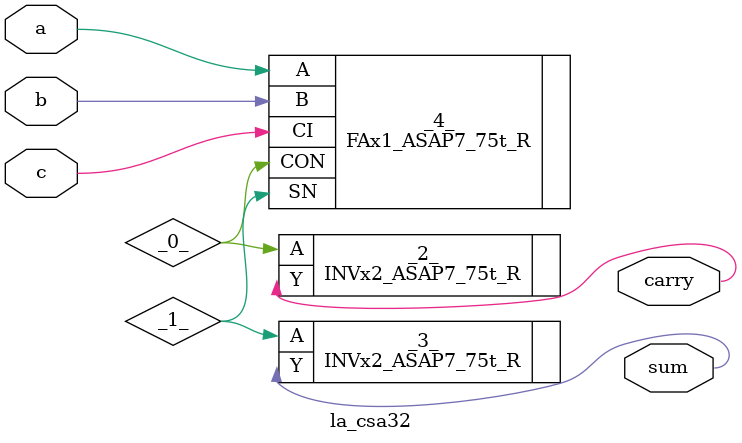
<source format=v>

/* Generated by Yosys 0.37 (git sha1 a5c7f69ed, clang 14.0.0-1ubuntu1.1 -fPIC -Os) */

module la_csa32(a, b, c, sum, carry);
  wire _0_;
  wire _1_;
  input a;
  wire a;
  input b;
  wire b;
  input c;
  wire c;
  output carry;
  wire carry;
  output sum;
  wire sum;
  INVx2_ASAP7_75t_R _2_ (
    .A(_0_),
    .Y(carry)
  );
  INVx2_ASAP7_75t_R _3_ (
    .A(_1_),
    .Y(sum)
  );
  FAx1_ASAP7_75t_R _4_ (
    .A(a),
    .B(b),
    .CI(c),
    .CON(_0_),
    .SN(_1_)
  );
endmodule

</source>
